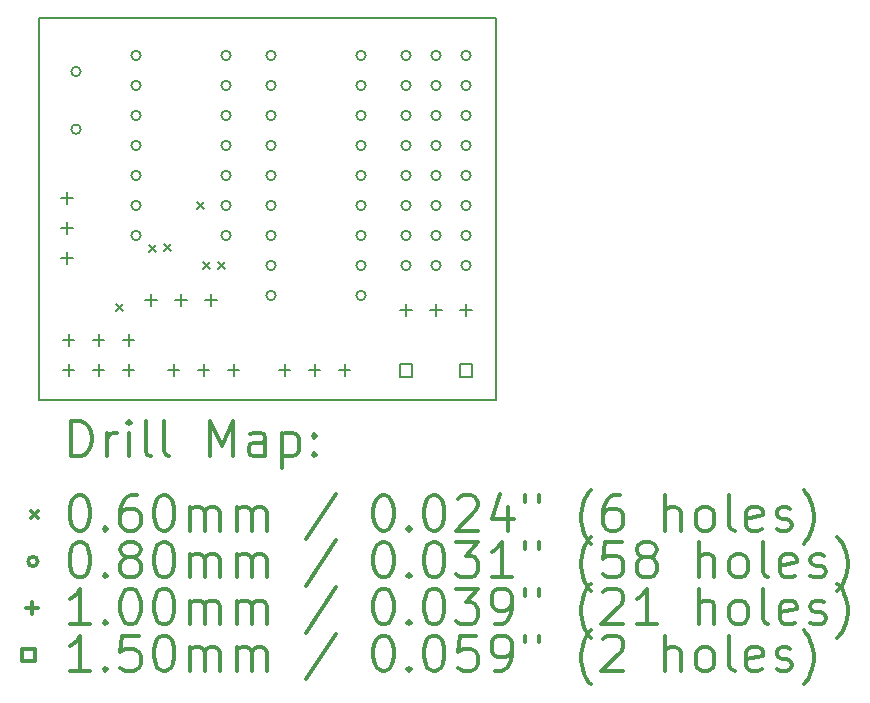
<source format=gbr>
%FSLAX45Y45*%
G04 Gerber Fmt 4.5, Leading zero omitted, Abs format (unit mm)*
G04 Created by KiCad (PCBNEW (5.0.2)-1) date 18/12/2018 17:17:58*
%MOMM*%
%LPD*%
G01*
G04 APERTURE LIST*
%ADD10C,0.150000*%
%ADD11C,0.200000*%
%ADD12C,0.300000*%
G04 APERTURE END LIST*
D10*
X13335000Y-12065000D02*
X13335000Y-8826500D01*
X17208500Y-12065000D02*
X17208500Y-8826500D01*
X17208500Y-8826500D02*
X13335000Y-8826500D01*
X13335000Y-12065000D02*
X17208500Y-12065000D01*
D11*
X13990800Y-11247600D02*
X14050800Y-11307600D01*
X14050800Y-11247600D02*
X13990800Y-11307600D01*
X14270200Y-10752300D02*
X14330200Y-10812300D01*
X14330200Y-10752300D02*
X14270200Y-10812300D01*
X14397200Y-10739600D02*
X14457200Y-10799600D01*
X14457200Y-10739600D02*
X14397200Y-10799600D01*
X14676600Y-10384000D02*
X14736600Y-10444000D01*
X14736600Y-10384000D02*
X14676600Y-10444000D01*
X14727400Y-10892000D02*
X14787400Y-10952000D01*
X14787400Y-10892000D02*
X14727400Y-10952000D01*
X14854400Y-10892000D02*
X14914400Y-10952000D01*
X14914400Y-10892000D02*
X14854400Y-10952000D01*
X16994500Y-9144000D02*
G75*
G03X16994500Y-9144000I-40000J0D01*
G01*
X16994500Y-9398000D02*
G75*
G03X16994500Y-9398000I-40000J0D01*
G01*
X16994500Y-9652000D02*
G75*
G03X16994500Y-9652000I-40000J0D01*
G01*
X16994500Y-9906000D02*
G75*
G03X16994500Y-9906000I-40000J0D01*
G01*
X16994500Y-10160000D02*
G75*
G03X16994500Y-10160000I-40000J0D01*
G01*
X16994500Y-10414000D02*
G75*
G03X16994500Y-10414000I-40000J0D01*
G01*
X16994500Y-10668000D02*
G75*
G03X16994500Y-10668000I-40000J0D01*
G01*
X16994500Y-10922000D02*
G75*
G03X16994500Y-10922000I-40000J0D01*
G01*
X16740500Y-9144000D02*
G75*
G03X16740500Y-9144000I-40000J0D01*
G01*
X16740500Y-9398000D02*
G75*
G03X16740500Y-9398000I-40000J0D01*
G01*
X16740500Y-9652000D02*
G75*
G03X16740500Y-9652000I-40000J0D01*
G01*
X16740500Y-9906000D02*
G75*
G03X16740500Y-9906000I-40000J0D01*
G01*
X16740500Y-10160000D02*
G75*
G03X16740500Y-10160000I-40000J0D01*
G01*
X16740500Y-10414000D02*
G75*
G03X16740500Y-10414000I-40000J0D01*
G01*
X16740500Y-10668000D02*
G75*
G03X16740500Y-10668000I-40000J0D01*
G01*
X16740500Y-10922000D02*
G75*
G03X16740500Y-10922000I-40000J0D01*
G01*
X14200500Y-9144000D02*
G75*
G03X14200500Y-9144000I-40000J0D01*
G01*
X14200500Y-9398000D02*
G75*
G03X14200500Y-9398000I-40000J0D01*
G01*
X14200500Y-9652000D02*
G75*
G03X14200500Y-9652000I-40000J0D01*
G01*
X14200500Y-9906000D02*
G75*
G03X14200500Y-9906000I-40000J0D01*
G01*
X14200500Y-10160000D02*
G75*
G03X14200500Y-10160000I-40000J0D01*
G01*
X14200500Y-10414000D02*
G75*
G03X14200500Y-10414000I-40000J0D01*
G01*
X14200500Y-10668000D02*
G75*
G03X14200500Y-10668000I-40000J0D01*
G01*
X14962500Y-9144000D02*
G75*
G03X14962500Y-9144000I-40000J0D01*
G01*
X14962500Y-9398000D02*
G75*
G03X14962500Y-9398000I-40000J0D01*
G01*
X14962500Y-9652000D02*
G75*
G03X14962500Y-9652000I-40000J0D01*
G01*
X14962500Y-9906000D02*
G75*
G03X14962500Y-9906000I-40000J0D01*
G01*
X14962500Y-10160000D02*
G75*
G03X14962500Y-10160000I-40000J0D01*
G01*
X14962500Y-10414000D02*
G75*
G03X14962500Y-10414000I-40000J0D01*
G01*
X14962500Y-10668000D02*
G75*
G03X14962500Y-10668000I-40000J0D01*
G01*
X16486500Y-9144000D02*
G75*
G03X16486500Y-9144000I-40000J0D01*
G01*
X16486500Y-9398000D02*
G75*
G03X16486500Y-9398000I-40000J0D01*
G01*
X16486500Y-9652000D02*
G75*
G03X16486500Y-9652000I-40000J0D01*
G01*
X16486500Y-9906000D02*
G75*
G03X16486500Y-9906000I-40000J0D01*
G01*
X16486500Y-10160000D02*
G75*
G03X16486500Y-10160000I-40000J0D01*
G01*
X16486500Y-10414000D02*
G75*
G03X16486500Y-10414000I-40000J0D01*
G01*
X16486500Y-10668000D02*
G75*
G03X16486500Y-10668000I-40000J0D01*
G01*
X16486500Y-10922000D02*
G75*
G03X16486500Y-10922000I-40000J0D01*
G01*
X13692500Y-9281000D02*
G75*
G03X13692500Y-9281000I-40000J0D01*
G01*
X13692500Y-9769000D02*
G75*
G03X13692500Y-9769000I-40000J0D01*
G01*
X15343500Y-9144000D02*
G75*
G03X15343500Y-9144000I-40000J0D01*
G01*
X15343500Y-9398000D02*
G75*
G03X15343500Y-9398000I-40000J0D01*
G01*
X15343500Y-9652000D02*
G75*
G03X15343500Y-9652000I-40000J0D01*
G01*
X15343500Y-9906000D02*
G75*
G03X15343500Y-9906000I-40000J0D01*
G01*
X15343500Y-10160000D02*
G75*
G03X15343500Y-10160000I-40000J0D01*
G01*
X15343500Y-10414000D02*
G75*
G03X15343500Y-10414000I-40000J0D01*
G01*
X15343500Y-10668000D02*
G75*
G03X15343500Y-10668000I-40000J0D01*
G01*
X15343500Y-10922000D02*
G75*
G03X15343500Y-10922000I-40000J0D01*
G01*
X15343500Y-11176000D02*
G75*
G03X15343500Y-11176000I-40000J0D01*
G01*
X16105500Y-9144000D02*
G75*
G03X16105500Y-9144000I-40000J0D01*
G01*
X16105500Y-9398000D02*
G75*
G03X16105500Y-9398000I-40000J0D01*
G01*
X16105500Y-9652000D02*
G75*
G03X16105500Y-9652000I-40000J0D01*
G01*
X16105500Y-9906000D02*
G75*
G03X16105500Y-9906000I-40000J0D01*
G01*
X16105500Y-10160000D02*
G75*
G03X16105500Y-10160000I-40000J0D01*
G01*
X16105500Y-10414000D02*
G75*
G03X16105500Y-10414000I-40000J0D01*
G01*
X16105500Y-10668000D02*
G75*
G03X16105500Y-10668000I-40000J0D01*
G01*
X16105500Y-10922000D02*
G75*
G03X16105500Y-10922000I-40000J0D01*
G01*
X16105500Y-11176000D02*
G75*
G03X16105500Y-11176000I-40000J0D01*
G01*
X13589000Y-11507000D02*
X13589000Y-11607000D01*
X13539000Y-11557000D02*
X13639000Y-11557000D01*
X13589000Y-11761000D02*
X13589000Y-11861000D01*
X13539000Y-11811000D02*
X13639000Y-11811000D01*
X13843000Y-11507000D02*
X13843000Y-11607000D01*
X13793000Y-11557000D02*
X13893000Y-11557000D01*
X13843000Y-11761000D02*
X13843000Y-11861000D01*
X13793000Y-11811000D02*
X13893000Y-11811000D01*
X14097000Y-11507000D02*
X14097000Y-11607000D01*
X14047000Y-11557000D02*
X14147000Y-11557000D01*
X14097000Y-11761000D02*
X14097000Y-11861000D01*
X14047000Y-11811000D02*
X14147000Y-11811000D01*
X14478000Y-11761000D02*
X14478000Y-11861000D01*
X14428000Y-11811000D02*
X14528000Y-11811000D01*
X14732000Y-11761000D02*
X14732000Y-11861000D01*
X14682000Y-11811000D02*
X14782000Y-11811000D01*
X14986000Y-11761000D02*
X14986000Y-11861000D01*
X14936000Y-11811000D02*
X15036000Y-11811000D01*
X13576300Y-10300500D02*
X13576300Y-10400500D01*
X13526300Y-10350500D02*
X13626300Y-10350500D01*
X13576300Y-10554500D02*
X13576300Y-10654500D01*
X13526300Y-10604500D02*
X13626300Y-10604500D01*
X13576300Y-10808500D02*
X13576300Y-10908500D01*
X13526300Y-10858500D02*
X13626300Y-10858500D01*
X14287500Y-11164100D02*
X14287500Y-11264100D01*
X14237500Y-11214100D02*
X14337500Y-11214100D01*
X14541500Y-11164100D02*
X14541500Y-11264100D01*
X14491500Y-11214100D02*
X14591500Y-11214100D01*
X14795500Y-11164100D02*
X14795500Y-11264100D01*
X14745500Y-11214100D02*
X14845500Y-11214100D01*
X16446500Y-11253000D02*
X16446500Y-11353000D01*
X16396500Y-11303000D02*
X16496500Y-11303000D01*
X16700500Y-11253000D02*
X16700500Y-11353000D01*
X16650500Y-11303000D02*
X16750500Y-11303000D01*
X16954500Y-11253000D02*
X16954500Y-11353000D01*
X16904500Y-11303000D02*
X17004500Y-11303000D01*
X15417800Y-11761000D02*
X15417800Y-11861000D01*
X15367800Y-11811000D02*
X15467800Y-11811000D01*
X15671800Y-11761000D02*
X15671800Y-11861000D01*
X15621800Y-11811000D02*
X15721800Y-11811000D01*
X15925800Y-11761000D02*
X15925800Y-11861000D01*
X15875800Y-11811000D02*
X15975800Y-11811000D01*
X16499533Y-11864033D02*
X16499533Y-11757966D01*
X16393466Y-11757966D01*
X16393466Y-11864033D01*
X16499533Y-11864033D01*
X17007534Y-11864033D02*
X17007534Y-11757966D01*
X16901467Y-11757966D01*
X16901467Y-11864033D01*
X17007534Y-11864033D01*
D12*
X13613928Y-12538214D02*
X13613928Y-12238214D01*
X13685357Y-12238214D01*
X13728214Y-12252500D01*
X13756786Y-12281071D01*
X13771071Y-12309643D01*
X13785357Y-12366786D01*
X13785357Y-12409643D01*
X13771071Y-12466786D01*
X13756786Y-12495357D01*
X13728214Y-12523929D01*
X13685357Y-12538214D01*
X13613928Y-12538214D01*
X13913928Y-12538214D02*
X13913928Y-12338214D01*
X13913928Y-12395357D02*
X13928214Y-12366786D01*
X13942500Y-12352500D01*
X13971071Y-12338214D01*
X13999643Y-12338214D01*
X14099643Y-12538214D02*
X14099643Y-12338214D01*
X14099643Y-12238214D02*
X14085357Y-12252500D01*
X14099643Y-12266786D01*
X14113928Y-12252500D01*
X14099643Y-12238214D01*
X14099643Y-12266786D01*
X14285357Y-12538214D02*
X14256786Y-12523929D01*
X14242500Y-12495357D01*
X14242500Y-12238214D01*
X14442500Y-12538214D02*
X14413928Y-12523929D01*
X14399643Y-12495357D01*
X14399643Y-12238214D01*
X14785357Y-12538214D02*
X14785357Y-12238214D01*
X14885357Y-12452500D01*
X14985357Y-12238214D01*
X14985357Y-12538214D01*
X15256786Y-12538214D02*
X15256786Y-12381071D01*
X15242500Y-12352500D01*
X15213928Y-12338214D01*
X15156786Y-12338214D01*
X15128214Y-12352500D01*
X15256786Y-12523929D02*
X15228214Y-12538214D01*
X15156786Y-12538214D01*
X15128214Y-12523929D01*
X15113928Y-12495357D01*
X15113928Y-12466786D01*
X15128214Y-12438214D01*
X15156786Y-12423929D01*
X15228214Y-12423929D01*
X15256786Y-12409643D01*
X15399643Y-12338214D02*
X15399643Y-12638214D01*
X15399643Y-12352500D02*
X15428214Y-12338214D01*
X15485357Y-12338214D01*
X15513928Y-12352500D01*
X15528214Y-12366786D01*
X15542500Y-12395357D01*
X15542500Y-12481071D01*
X15528214Y-12509643D01*
X15513928Y-12523929D01*
X15485357Y-12538214D01*
X15428214Y-12538214D01*
X15399643Y-12523929D01*
X15671071Y-12509643D02*
X15685357Y-12523929D01*
X15671071Y-12538214D01*
X15656786Y-12523929D01*
X15671071Y-12509643D01*
X15671071Y-12538214D01*
X15671071Y-12352500D02*
X15685357Y-12366786D01*
X15671071Y-12381071D01*
X15656786Y-12366786D01*
X15671071Y-12352500D01*
X15671071Y-12381071D01*
X13267500Y-13002500D02*
X13327500Y-13062500D01*
X13327500Y-13002500D02*
X13267500Y-13062500D01*
X13671071Y-12868214D02*
X13699643Y-12868214D01*
X13728214Y-12882500D01*
X13742500Y-12896786D01*
X13756786Y-12925357D01*
X13771071Y-12982500D01*
X13771071Y-13053929D01*
X13756786Y-13111071D01*
X13742500Y-13139643D01*
X13728214Y-13153929D01*
X13699643Y-13168214D01*
X13671071Y-13168214D01*
X13642500Y-13153929D01*
X13628214Y-13139643D01*
X13613928Y-13111071D01*
X13599643Y-13053929D01*
X13599643Y-12982500D01*
X13613928Y-12925357D01*
X13628214Y-12896786D01*
X13642500Y-12882500D01*
X13671071Y-12868214D01*
X13899643Y-13139643D02*
X13913928Y-13153929D01*
X13899643Y-13168214D01*
X13885357Y-13153929D01*
X13899643Y-13139643D01*
X13899643Y-13168214D01*
X14171071Y-12868214D02*
X14113928Y-12868214D01*
X14085357Y-12882500D01*
X14071071Y-12896786D01*
X14042500Y-12939643D01*
X14028214Y-12996786D01*
X14028214Y-13111071D01*
X14042500Y-13139643D01*
X14056786Y-13153929D01*
X14085357Y-13168214D01*
X14142500Y-13168214D01*
X14171071Y-13153929D01*
X14185357Y-13139643D01*
X14199643Y-13111071D01*
X14199643Y-13039643D01*
X14185357Y-13011071D01*
X14171071Y-12996786D01*
X14142500Y-12982500D01*
X14085357Y-12982500D01*
X14056786Y-12996786D01*
X14042500Y-13011071D01*
X14028214Y-13039643D01*
X14385357Y-12868214D02*
X14413928Y-12868214D01*
X14442500Y-12882500D01*
X14456786Y-12896786D01*
X14471071Y-12925357D01*
X14485357Y-12982500D01*
X14485357Y-13053929D01*
X14471071Y-13111071D01*
X14456786Y-13139643D01*
X14442500Y-13153929D01*
X14413928Y-13168214D01*
X14385357Y-13168214D01*
X14356786Y-13153929D01*
X14342500Y-13139643D01*
X14328214Y-13111071D01*
X14313928Y-13053929D01*
X14313928Y-12982500D01*
X14328214Y-12925357D01*
X14342500Y-12896786D01*
X14356786Y-12882500D01*
X14385357Y-12868214D01*
X14613928Y-13168214D02*
X14613928Y-12968214D01*
X14613928Y-12996786D02*
X14628214Y-12982500D01*
X14656786Y-12968214D01*
X14699643Y-12968214D01*
X14728214Y-12982500D01*
X14742500Y-13011071D01*
X14742500Y-13168214D01*
X14742500Y-13011071D02*
X14756786Y-12982500D01*
X14785357Y-12968214D01*
X14828214Y-12968214D01*
X14856786Y-12982500D01*
X14871071Y-13011071D01*
X14871071Y-13168214D01*
X15013928Y-13168214D02*
X15013928Y-12968214D01*
X15013928Y-12996786D02*
X15028214Y-12982500D01*
X15056786Y-12968214D01*
X15099643Y-12968214D01*
X15128214Y-12982500D01*
X15142500Y-13011071D01*
X15142500Y-13168214D01*
X15142500Y-13011071D02*
X15156786Y-12982500D01*
X15185357Y-12968214D01*
X15228214Y-12968214D01*
X15256786Y-12982500D01*
X15271071Y-13011071D01*
X15271071Y-13168214D01*
X15856786Y-12853929D02*
X15599643Y-13239643D01*
X16242500Y-12868214D02*
X16271071Y-12868214D01*
X16299643Y-12882500D01*
X16313928Y-12896786D01*
X16328214Y-12925357D01*
X16342500Y-12982500D01*
X16342500Y-13053929D01*
X16328214Y-13111071D01*
X16313928Y-13139643D01*
X16299643Y-13153929D01*
X16271071Y-13168214D01*
X16242500Y-13168214D01*
X16213928Y-13153929D01*
X16199643Y-13139643D01*
X16185357Y-13111071D01*
X16171071Y-13053929D01*
X16171071Y-12982500D01*
X16185357Y-12925357D01*
X16199643Y-12896786D01*
X16213928Y-12882500D01*
X16242500Y-12868214D01*
X16471071Y-13139643D02*
X16485357Y-13153929D01*
X16471071Y-13168214D01*
X16456786Y-13153929D01*
X16471071Y-13139643D01*
X16471071Y-13168214D01*
X16671071Y-12868214D02*
X16699643Y-12868214D01*
X16728214Y-12882500D01*
X16742500Y-12896786D01*
X16756786Y-12925357D01*
X16771071Y-12982500D01*
X16771071Y-13053929D01*
X16756786Y-13111071D01*
X16742500Y-13139643D01*
X16728214Y-13153929D01*
X16699643Y-13168214D01*
X16671071Y-13168214D01*
X16642500Y-13153929D01*
X16628214Y-13139643D01*
X16613928Y-13111071D01*
X16599643Y-13053929D01*
X16599643Y-12982500D01*
X16613928Y-12925357D01*
X16628214Y-12896786D01*
X16642500Y-12882500D01*
X16671071Y-12868214D01*
X16885357Y-12896786D02*
X16899643Y-12882500D01*
X16928214Y-12868214D01*
X16999643Y-12868214D01*
X17028214Y-12882500D01*
X17042500Y-12896786D01*
X17056786Y-12925357D01*
X17056786Y-12953929D01*
X17042500Y-12996786D01*
X16871071Y-13168214D01*
X17056786Y-13168214D01*
X17313928Y-12968214D02*
X17313928Y-13168214D01*
X17242500Y-12853929D02*
X17171071Y-13068214D01*
X17356786Y-13068214D01*
X17456786Y-12868214D02*
X17456786Y-12925357D01*
X17571071Y-12868214D02*
X17571071Y-12925357D01*
X18013928Y-13282500D02*
X17999643Y-13268214D01*
X17971071Y-13225357D01*
X17956786Y-13196786D01*
X17942500Y-13153929D01*
X17928214Y-13082500D01*
X17928214Y-13025357D01*
X17942500Y-12953929D01*
X17956786Y-12911071D01*
X17971071Y-12882500D01*
X17999643Y-12839643D01*
X18013928Y-12825357D01*
X18256786Y-12868214D02*
X18199643Y-12868214D01*
X18171071Y-12882500D01*
X18156786Y-12896786D01*
X18128214Y-12939643D01*
X18113928Y-12996786D01*
X18113928Y-13111071D01*
X18128214Y-13139643D01*
X18142500Y-13153929D01*
X18171071Y-13168214D01*
X18228214Y-13168214D01*
X18256786Y-13153929D01*
X18271071Y-13139643D01*
X18285357Y-13111071D01*
X18285357Y-13039643D01*
X18271071Y-13011071D01*
X18256786Y-12996786D01*
X18228214Y-12982500D01*
X18171071Y-12982500D01*
X18142500Y-12996786D01*
X18128214Y-13011071D01*
X18113928Y-13039643D01*
X18642500Y-13168214D02*
X18642500Y-12868214D01*
X18771071Y-13168214D02*
X18771071Y-13011071D01*
X18756786Y-12982500D01*
X18728214Y-12968214D01*
X18685357Y-12968214D01*
X18656786Y-12982500D01*
X18642500Y-12996786D01*
X18956786Y-13168214D02*
X18928214Y-13153929D01*
X18913928Y-13139643D01*
X18899643Y-13111071D01*
X18899643Y-13025357D01*
X18913928Y-12996786D01*
X18928214Y-12982500D01*
X18956786Y-12968214D01*
X18999643Y-12968214D01*
X19028214Y-12982500D01*
X19042500Y-12996786D01*
X19056786Y-13025357D01*
X19056786Y-13111071D01*
X19042500Y-13139643D01*
X19028214Y-13153929D01*
X18999643Y-13168214D01*
X18956786Y-13168214D01*
X19228214Y-13168214D02*
X19199643Y-13153929D01*
X19185357Y-13125357D01*
X19185357Y-12868214D01*
X19456786Y-13153929D02*
X19428214Y-13168214D01*
X19371071Y-13168214D01*
X19342500Y-13153929D01*
X19328214Y-13125357D01*
X19328214Y-13011071D01*
X19342500Y-12982500D01*
X19371071Y-12968214D01*
X19428214Y-12968214D01*
X19456786Y-12982500D01*
X19471071Y-13011071D01*
X19471071Y-13039643D01*
X19328214Y-13068214D01*
X19585357Y-13153929D02*
X19613928Y-13168214D01*
X19671071Y-13168214D01*
X19699643Y-13153929D01*
X19713928Y-13125357D01*
X19713928Y-13111071D01*
X19699643Y-13082500D01*
X19671071Y-13068214D01*
X19628214Y-13068214D01*
X19599643Y-13053929D01*
X19585357Y-13025357D01*
X19585357Y-13011071D01*
X19599643Y-12982500D01*
X19628214Y-12968214D01*
X19671071Y-12968214D01*
X19699643Y-12982500D01*
X19813928Y-13282500D02*
X19828214Y-13268214D01*
X19856786Y-13225357D01*
X19871071Y-13196786D01*
X19885357Y-13153929D01*
X19899643Y-13082500D01*
X19899643Y-13025357D01*
X19885357Y-12953929D01*
X19871071Y-12911071D01*
X19856786Y-12882500D01*
X19828214Y-12839643D01*
X19813928Y-12825357D01*
X13327500Y-13428500D02*
G75*
G03X13327500Y-13428500I-40000J0D01*
G01*
X13671071Y-13264214D02*
X13699643Y-13264214D01*
X13728214Y-13278500D01*
X13742500Y-13292786D01*
X13756786Y-13321357D01*
X13771071Y-13378500D01*
X13771071Y-13449929D01*
X13756786Y-13507071D01*
X13742500Y-13535643D01*
X13728214Y-13549929D01*
X13699643Y-13564214D01*
X13671071Y-13564214D01*
X13642500Y-13549929D01*
X13628214Y-13535643D01*
X13613928Y-13507071D01*
X13599643Y-13449929D01*
X13599643Y-13378500D01*
X13613928Y-13321357D01*
X13628214Y-13292786D01*
X13642500Y-13278500D01*
X13671071Y-13264214D01*
X13899643Y-13535643D02*
X13913928Y-13549929D01*
X13899643Y-13564214D01*
X13885357Y-13549929D01*
X13899643Y-13535643D01*
X13899643Y-13564214D01*
X14085357Y-13392786D02*
X14056786Y-13378500D01*
X14042500Y-13364214D01*
X14028214Y-13335643D01*
X14028214Y-13321357D01*
X14042500Y-13292786D01*
X14056786Y-13278500D01*
X14085357Y-13264214D01*
X14142500Y-13264214D01*
X14171071Y-13278500D01*
X14185357Y-13292786D01*
X14199643Y-13321357D01*
X14199643Y-13335643D01*
X14185357Y-13364214D01*
X14171071Y-13378500D01*
X14142500Y-13392786D01*
X14085357Y-13392786D01*
X14056786Y-13407071D01*
X14042500Y-13421357D01*
X14028214Y-13449929D01*
X14028214Y-13507071D01*
X14042500Y-13535643D01*
X14056786Y-13549929D01*
X14085357Y-13564214D01*
X14142500Y-13564214D01*
X14171071Y-13549929D01*
X14185357Y-13535643D01*
X14199643Y-13507071D01*
X14199643Y-13449929D01*
X14185357Y-13421357D01*
X14171071Y-13407071D01*
X14142500Y-13392786D01*
X14385357Y-13264214D02*
X14413928Y-13264214D01*
X14442500Y-13278500D01*
X14456786Y-13292786D01*
X14471071Y-13321357D01*
X14485357Y-13378500D01*
X14485357Y-13449929D01*
X14471071Y-13507071D01*
X14456786Y-13535643D01*
X14442500Y-13549929D01*
X14413928Y-13564214D01*
X14385357Y-13564214D01*
X14356786Y-13549929D01*
X14342500Y-13535643D01*
X14328214Y-13507071D01*
X14313928Y-13449929D01*
X14313928Y-13378500D01*
X14328214Y-13321357D01*
X14342500Y-13292786D01*
X14356786Y-13278500D01*
X14385357Y-13264214D01*
X14613928Y-13564214D02*
X14613928Y-13364214D01*
X14613928Y-13392786D02*
X14628214Y-13378500D01*
X14656786Y-13364214D01*
X14699643Y-13364214D01*
X14728214Y-13378500D01*
X14742500Y-13407071D01*
X14742500Y-13564214D01*
X14742500Y-13407071D02*
X14756786Y-13378500D01*
X14785357Y-13364214D01*
X14828214Y-13364214D01*
X14856786Y-13378500D01*
X14871071Y-13407071D01*
X14871071Y-13564214D01*
X15013928Y-13564214D02*
X15013928Y-13364214D01*
X15013928Y-13392786D02*
X15028214Y-13378500D01*
X15056786Y-13364214D01*
X15099643Y-13364214D01*
X15128214Y-13378500D01*
X15142500Y-13407071D01*
X15142500Y-13564214D01*
X15142500Y-13407071D02*
X15156786Y-13378500D01*
X15185357Y-13364214D01*
X15228214Y-13364214D01*
X15256786Y-13378500D01*
X15271071Y-13407071D01*
X15271071Y-13564214D01*
X15856786Y-13249929D02*
X15599643Y-13635643D01*
X16242500Y-13264214D02*
X16271071Y-13264214D01*
X16299643Y-13278500D01*
X16313928Y-13292786D01*
X16328214Y-13321357D01*
X16342500Y-13378500D01*
X16342500Y-13449929D01*
X16328214Y-13507071D01*
X16313928Y-13535643D01*
X16299643Y-13549929D01*
X16271071Y-13564214D01*
X16242500Y-13564214D01*
X16213928Y-13549929D01*
X16199643Y-13535643D01*
X16185357Y-13507071D01*
X16171071Y-13449929D01*
X16171071Y-13378500D01*
X16185357Y-13321357D01*
X16199643Y-13292786D01*
X16213928Y-13278500D01*
X16242500Y-13264214D01*
X16471071Y-13535643D02*
X16485357Y-13549929D01*
X16471071Y-13564214D01*
X16456786Y-13549929D01*
X16471071Y-13535643D01*
X16471071Y-13564214D01*
X16671071Y-13264214D02*
X16699643Y-13264214D01*
X16728214Y-13278500D01*
X16742500Y-13292786D01*
X16756786Y-13321357D01*
X16771071Y-13378500D01*
X16771071Y-13449929D01*
X16756786Y-13507071D01*
X16742500Y-13535643D01*
X16728214Y-13549929D01*
X16699643Y-13564214D01*
X16671071Y-13564214D01*
X16642500Y-13549929D01*
X16628214Y-13535643D01*
X16613928Y-13507071D01*
X16599643Y-13449929D01*
X16599643Y-13378500D01*
X16613928Y-13321357D01*
X16628214Y-13292786D01*
X16642500Y-13278500D01*
X16671071Y-13264214D01*
X16871071Y-13264214D02*
X17056786Y-13264214D01*
X16956786Y-13378500D01*
X16999643Y-13378500D01*
X17028214Y-13392786D01*
X17042500Y-13407071D01*
X17056786Y-13435643D01*
X17056786Y-13507071D01*
X17042500Y-13535643D01*
X17028214Y-13549929D01*
X16999643Y-13564214D01*
X16913928Y-13564214D01*
X16885357Y-13549929D01*
X16871071Y-13535643D01*
X17342500Y-13564214D02*
X17171071Y-13564214D01*
X17256786Y-13564214D02*
X17256786Y-13264214D01*
X17228214Y-13307071D01*
X17199643Y-13335643D01*
X17171071Y-13349929D01*
X17456786Y-13264214D02*
X17456786Y-13321357D01*
X17571071Y-13264214D02*
X17571071Y-13321357D01*
X18013928Y-13678500D02*
X17999643Y-13664214D01*
X17971071Y-13621357D01*
X17956786Y-13592786D01*
X17942500Y-13549929D01*
X17928214Y-13478500D01*
X17928214Y-13421357D01*
X17942500Y-13349929D01*
X17956786Y-13307071D01*
X17971071Y-13278500D01*
X17999643Y-13235643D01*
X18013928Y-13221357D01*
X18271071Y-13264214D02*
X18128214Y-13264214D01*
X18113928Y-13407071D01*
X18128214Y-13392786D01*
X18156786Y-13378500D01*
X18228214Y-13378500D01*
X18256786Y-13392786D01*
X18271071Y-13407071D01*
X18285357Y-13435643D01*
X18285357Y-13507071D01*
X18271071Y-13535643D01*
X18256786Y-13549929D01*
X18228214Y-13564214D01*
X18156786Y-13564214D01*
X18128214Y-13549929D01*
X18113928Y-13535643D01*
X18456786Y-13392786D02*
X18428214Y-13378500D01*
X18413928Y-13364214D01*
X18399643Y-13335643D01*
X18399643Y-13321357D01*
X18413928Y-13292786D01*
X18428214Y-13278500D01*
X18456786Y-13264214D01*
X18513928Y-13264214D01*
X18542500Y-13278500D01*
X18556786Y-13292786D01*
X18571071Y-13321357D01*
X18571071Y-13335643D01*
X18556786Y-13364214D01*
X18542500Y-13378500D01*
X18513928Y-13392786D01*
X18456786Y-13392786D01*
X18428214Y-13407071D01*
X18413928Y-13421357D01*
X18399643Y-13449929D01*
X18399643Y-13507071D01*
X18413928Y-13535643D01*
X18428214Y-13549929D01*
X18456786Y-13564214D01*
X18513928Y-13564214D01*
X18542500Y-13549929D01*
X18556786Y-13535643D01*
X18571071Y-13507071D01*
X18571071Y-13449929D01*
X18556786Y-13421357D01*
X18542500Y-13407071D01*
X18513928Y-13392786D01*
X18928214Y-13564214D02*
X18928214Y-13264214D01*
X19056786Y-13564214D02*
X19056786Y-13407071D01*
X19042500Y-13378500D01*
X19013928Y-13364214D01*
X18971071Y-13364214D01*
X18942500Y-13378500D01*
X18928214Y-13392786D01*
X19242500Y-13564214D02*
X19213928Y-13549929D01*
X19199643Y-13535643D01*
X19185357Y-13507071D01*
X19185357Y-13421357D01*
X19199643Y-13392786D01*
X19213928Y-13378500D01*
X19242500Y-13364214D01*
X19285357Y-13364214D01*
X19313928Y-13378500D01*
X19328214Y-13392786D01*
X19342500Y-13421357D01*
X19342500Y-13507071D01*
X19328214Y-13535643D01*
X19313928Y-13549929D01*
X19285357Y-13564214D01*
X19242500Y-13564214D01*
X19513928Y-13564214D02*
X19485357Y-13549929D01*
X19471071Y-13521357D01*
X19471071Y-13264214D01*
X19742500Y-13549929D02*
X19713928Y-13564214D01*
X19656786Y-13564214D01*
X19628214Y-13549929D01*
X19613928Y-13521357D01*
X19613928Y-13407071D01*
X19628214Y-13378500D01*
X19656786Y-13364214D01*
X19713928Y-13364214D01*
X19742500Y-13378500D01*
X19756786Y-13407071D01*
X19756786Y-13435643D01*
X19613928Y-13464214D01*
X19871071Y-13549929D02*
X19899643Y-13564214D01*
X19956786Y-13564214D01*
X19985357Y-13549929D01*
X19999643Y-13521357D01*
X19999643Y-13507071D01*
X19985357Y-13478500D01*
X19956786Y-13464214D01*
X19913928Y-13464214D01*
X19885357Y-13449929D01*
X19871071Y-13421357D01*
X19871071Y-13407071D01*
X19885357Y-13378500D01*
X19913928Y-13364214D01*
X19956786Y-13364214D01*
X19985357Y-13378500D01*
X20099643Y-13678500D02*
X20113928Y-13664214D01*
X20142500Y-13621357D01*
X20156786Y-13592786D01*
X20171071Y-13549929D01*
X20185357Y-13478500D01*
X20185357Y-13421357D01*
X20171071Y-13349929D01*
X20156786Y-13307071D01*
X20142500Y-13278500D01*
X20113928Y-13235643D01*
X20099643Y-13221357D01*
X13277500Y-13774500D02*
X13277500Y-13874500D01*
X13227500Y-13824500D02*
X13327500Y-13824500D01*
X13771071Y-13960214D02*
X13599643Y-13960214D01*
X13685357Y-13960214D02*
X13685357Y-13660214D01*
X13656786Y-13703071D01*
X13628214Y-13731643D01*
X13599643Y-13745929D01*
X13899643Y-13931643D02*
X13913928Y-13945929D01*
X13899643Y-13960214D01*
X13885357Y-13945929D01*
X13899643Y-13931643D01*
X13899643Y-13960214D01*
X14099643Y-13660214D02*
X14128214Y-13660214D01*
X14156786Y-13674500D01*
X14171071Y-13688786D01*
X14185357Y-13717357D01*
X14199643Y-13774500D01*
X14199643Y-13845929D01*
X14185357Y-13903071D01*
X14171071Y-13931643D01*
X14156786Y-13945929D01*
X14128214Y-13960214D01*
X14099643Y-13960214D01*
X14071071Y-13945929D01*
X14056786Y-13931643D01*
X14042500Y-13903071D01*
X14028214Y-13845929D01*
X14028214Y-13774500D01*
X14042500Y-13717357D01*
X14056786Y-13688786D01*
X14071071Y-13674500D01*
X14099643Y-13660214D01*
X14385357Y-13660214D02*
X14413928Y-13660214D01*
X14442500Y-13674500D01*
X14456786Y-13688786D01*
X14471071Y-13717357D01*
X14485357Y-13774500D01*
X14485357Y-13845929D01*
X14471071Y-13903071D01*
X14456786Y-13931643D01*
X14442500Y-13945929D01*
X14413928Y-13960214D01*
X14385357Y-13960214D01*
X14356786Y-13945929D01*
X14342500Y-13931643D01*
X14328214Y-13903071D01*
X14313928Y-13845929D01*
X14313928Y-13774500D01*
X14328214Y-13717357D01*
X14342500Y-13688786D01*
X14356786Y-13674500D01*
X14385357Y-13660214D01*
X14613928Y-13960214D02*
X14613928Y-13760214D01*
X14613928Y-13788786D02*
X14628214Y-13774500D01*
X14656786Y-13760214D01*
X14699643Y-13760214D01*
X14728214Y-13774500D01*
X14742500Y-13803071D01*
X14742500Y-13960214D01*
X14742500Y-13803071D02*
X14756786Y-13774500D01*
X14785357Y-13760214D01*
X14828214Y-13760214D01*
X14856786Y-13774500D01*
X14871071Y-13803071D01*
X14871071Y-13960214D01*
X15013928Y-13960214D02*
X15013928Y-13760214D01*
X15013928Y-13788786D02*
X15028214Y-13774500D01*
X15056786Y-13760214D01*
X15099643Y-13760214D01*
X15128214Y-13774500D01*
X15142500Y-13803071D01*
X15142500Y-13960214D01*
X15142500Y-13803071D02*
X15156786Y-13774500D01*
X15185357Y-13760214D01*
X15228214Y-13760214D01*
X15256786Y-13774500D01*
X15271071Y-13803071D01*
X15271071Y-13960214D01*
X15856786Y-13645929D02*
X15599643Y-14031643D01*
X16242500Y-13660214D02*
X16271071Y-13660214D01*
X16299643Y-13674500D01*
X16313928Y-13688786D01*
X16328214Y-13717357D01*
X16342500Y-13774500D01*
X16342500Y-13845929D01*
X16328214Y-13903071D01*
X16313928Y-13931643D01*
X16299643Y-13945929D01*
X16271071Y-13960214D01*
X16242500Y-13960214D01*
X16213928Y-13945929D01*
X16199643Y-13931643D01*
X16185357Y-13903071D01*
X16171071Y-13845929D01*
X16171071Y-13774500D01*
X16185357Y-13717357D01*
X16199643Y-13688786D01*
X16213928Y-13674500D01*
X16242500Y-13660214D01*
X16471071Y-13931643D02*
X16485357Y-13945929D01*
X16471071Y-13960214D01*
X16456786Y-13945929D01*
X16471071Y-13931643D01*
X16471071Y-13960214D01*
X16671071Y-13660214D02*
X16699643Y-13660214D01*
X16728214Y-13674500D01*
X16742500Y-13688786D01*
X16756786Y-13717357D01*
X16771071Y-13774500D01*
X16771071Y-13845929D01*
X16756786Y-13903071D01*
X16742500Y-13931643D01*
X16728214Y-13945929D01*
X16699643Y-13960214D01*
X16671071Y-13960214D01*
X16642500Y-13945929D01*
X16628214Y-13931643D01*
X16613928Y-13903071D01*
X16599643Y-13845929D01*
X16599643Y-13774500D01*
X16613928Y-13717357D01*
X16628214Y-13688786D01*
X16642500Y-13674500D01*
X16671071Y-13660214D01*
X16871071Y-13660214D02*
X17056786Y-13660214D01*
X16956786Y-13774500D01*
X16999643Y-13774500D01*
X17028214Y-13788786D01*
X17042500Y-13803071D01*
X17056786Y-13831643D01*
X17056786Y-13903071D01*
X17042500Y-13931643D01*
X17028214Y-13945929D01*
X16999643Y-13960214D01*
X16913928Y-13960214D01*
X16885357Y-13945929D01*
X16871071Y-13931643D01*
X17199643Y-13960214D02*
X17256786Y-13960214D01*
X17285357Y-13945929D01*
X17299643Y-13931643D01*
X17328214Y-13888786D01*
X17342500Y-13831643D01*
X17342500Y-13717357D01*
X17328214Y-13688786D01*
X17313928Y-13674500D01*
X17285357Y-13660214D01*
X17228214Y-13660214D01*
X17199643Y-13674500D01*
X17185357Y-13688786D01*
X17171071Y-13717357D01*
X17171071Y-13788786D01*
X17185357Y-13817357D01*
X17199643Y-13831643D01*
X17228214Y-13845929D01*
X17285357Y-13845929D01*
X17313928Y-13831643D01*
X17328214Y-13817357D01*
X17342500Y-13788786D01*
X17456786Y-13660214D02*
X17456786Y-13717357D01*
X17571071Y-13660214D02*
X17571071Y-13717357D01*
X18013928Y-14074500D02*
X17999643Y-14060214D01*
X17971071Y-14017357D01*
X17956786Y-13988786D01*
X17942500Y-13945929D01*
X17928214Y-13874500D01*
X17928214Y-13817357D01*
X17942500Y-13745929D01*
X17956786Y-13703071D01*
X17971071Y-13674500D01*
X17999643Y-13631643D01*
X18013928Y-13617357D01*
X18113928Y-13688786D02*
X18128214Y-13674500D01*
X18156786Y-13660214D01*
X18228214Y-13660214D01*
X18256786Y-13674500D01*
X18271071Y-13688786D01*
X18285357Y-13717357D01*
X18285357Y-13745929D01*
X18271071Y-13788786D01*
X18099643Y-13960214D01*
X18285357Y-13960214D01*
X18571071Y-13960214D02*
X18399643Y-13960214D01*
X18485357Y-13960214D02*
X18485357Y-13660214D01*
X18456786Y-13703071D01*
X18428214Y-13731643D01*
X18399643Y-13745929D01*
X18928214Y-13960214D02*
X18928214Y-13660214D01*
X19056786Y-13960214D02*
X19056786Y-13803071D01*
X19042500Y-13774500D01*
X19013928Y-13760214D01*
X18971071Y-13760214D01*
X18942500Y-13774500D01*
X18928214Y-13788786D01*
X19242500Y-13960214D02*
X19213928Y-13945929D01*
X19199643Y-13931643D01*
X19185357Y-13903071D01*
X19185357Y-13817357D01*
X19199643Y-13788786D01*
X19213928Y-13774500D01*
X19242500Y-13760214D01*
X19285357Y-13760214D01*
X19313928Y-13774500D01*
X19328214Y-13788786D01*
X19342500Y-13817357D01*
X19342500Y-13903071D01*
X19328214Y-13931643D01*
X19313928Y-13945929D01*
X19285357Y-13960214D01*
X19242500Y-13960214D01*
X19513928Y-13960214D02*
X19485357Y-13945929D01*
X19471071Y-13917357D01*
X19471071Y-13660214D01*
X19742500Y-13945929D02*
X19713928Y-13960214D01*
X19656786Y-13960214D01*
X19628214Y-13945929D01*
X19613928Y-13917357D01*
X19613928Y-13803071D01*
X19628214Y-13774500D01*
X19656786Y-13760214D01*
X19713928Y-13760214D01*
X19742500Y-13774500D01*
X19756786Y-13803071D01*
X19756786Y-13831643D01*
X19613928Y-13860214D01*
X19871071Y-13945929D02*
X19899643Y-13960214D01*
X19956786Y-13960214D01*
X19985357Y-13945929D01*
X19999643Y-13917357D01*
X19999643Y-13903071D01*
X19985357Y-13874500D01*
X19956786Y-13860214D01*
X19913928Y-13860214D01*
X19885357Y-13845929D01*
X19871071Y-13817357D01*
X19871071Y-13803071D01*
X19885357Y-13774500D01*
X19913928Y-13760214D01*
X19956786Y-13760214D01*
X19985357Y-13774500D01*
X20099643Y-14074500D02*
X20113928Y-14060214D01*
X20142500Y-14017357D01*
X20156786Y-13988786D01*
X20171071Y-13945929D01*
X20185357Y-13874500D01*
X20185357Y-13817357D01*
X20171071Y-13745929D01*
X20156786Y-13703071D01*
X20142500Y-13674500D01*
X20113928Y-13631643D01*
X20099643Y-13617357D01*
X13305533Y-14273534D02*
X13305533Y-14167467D01*
X13199466Y-14167467D01*
X13199466Y-14273534D01*
X13305533Y-14273534D01*
X13771071Y-14356214D02*
X13599643Y-14356214D01*
X13685357Y-14356214D02*
X13685357Y-14056214D01*
X13656786Y-14099071D01*
X13628214Y-14127643D01*
X13599643Y-14141929D01*
X13899643Y-14327643D02*
X13913928Y-14341929D01*
X13899643Y-14356214D01*
X13885357Y-14341929D01*
X13899643Y-14327643D01*
X13899643Y-14356214D01*
X14185357Y-14056214D02*
X14042500Y-14056214D01*
X14028214Y-14199071D01*
X14042500Y-14184786D01*
X14071071Y-14170500D01*
X14142500Y-14170500D01*
X14171071Y-14184786D01*
X14185357Y-14199071D01*
X14199643Y-14227643D01*
X14199643Y-14299071D01*
X14185357Y-14327643D01*
X14171071Y-14341929D01*
X14142500Y-14356214D01*
X14071071Y-14356214D01*
X14042500Y-14341929D01*
X14028214Y-14327643D01*
X14385357Y-14056214D02*
X14413928Y-14056214D01*
X14442500Y-14070500D01*
X14456786Y-14084786D01*
X14471071Y-14113357D01*
X14485357Y-14170500D01*
X14485357Y-14241929D01*
X14471071Y-14299071D01*
X14456786Y-14327643D01*
X14442500Y-14341929D01*
X14413928Y-14356214D01*
X14385357Y-14356214D01*
X14356786Y-14341929D01*
X14342500Y-14327643D01*
X14328214Y-14299071D01*
X14313928Y-14241929D01*
X14313928Y-14170500D01*
X14328214Y-14113357D01*
X14342500Y-14084786D01*
X14356786Y-14070500D01*
X14385357Y-14056214D01*
X14613928Y-14356214D02*
X14613928Y-14156214D01*
X14613928Y-14184786D02*
X14628214Y-14170500D01*
X14656786Y-14156214D01*
X14699643Y-14156214D01*
X14728214Y-14170500D01*
X14742500Y-14199071D01*
X14742500Y-14356214D01*
X14742500Y-14199071D02*
X14756786Y-14170500D01*
X14785357Y-14156214D01*
X14828214Y-14156214D01*
X14856786Y-14170500D01*
X14871071Y-14199071D01*
X14871071Y-14356214D01*
X15013928Y-14356214D02*
X15013928Y-14156214D01*
X15013928Y-14184786D02*
X15028214Y-14170500D01*
X15056786Y-14156214D01*
X15099643Y-14156214D01*
X15128214Y-14170500D01*
X15142500Y-14199071D01*
X15142500Y-14356214D01*
X15142500Y-14199071D02*
X15156786Y-14170500D01*
X15185357Y-14156214D01*
X15228214Y-14156214D01*
X15256786Y-14170500D01*
X15271071Y-14199071D01*
X15271071Y-14356214D01*
X15856786Y-14041929D02*
X15599643Y-14427643D01*
X16242500Y-14056214D02*
X16271071Y-14056214D01*
X16299643Y-14070500D01*
X16313928Y-14084786D01*
X16328214Y-14113357D01*
X16342500Y-14170500D01*
X16342500Y-14241929D01*
X16328214Y-14299071D01*
X16313928Y-14327643D01*
X16299643Y-14341929D01*
X16271071Y-14356214D01*
X16242500Y-14356214D01*
X16213928Y-14341929D01*
X16199643Y-14327643D01*
X16185357Y-14299071D01*
X16171071Y-14241929D01*
X16171071Y-14170500D01*
X16185357Y-14113357D01*
X16199643Y-14084786D01*
X16213928Y-14070500D01*
X16242500Y-14056214D01*
X16471071Y-14327643D02*
X16485357Y-14341929D01*
X16471071Y-14356214D01*
X16456786Y-14341929D01*
X16471071Y-14327643D01*
X16471071Y-14356214D01*
X16671071Y-14056214D02*
X16699643Y-14056214D01*
X16728214Y-14070500D01*
X16742500Y-14084786D01*
X16756786Y-14113357D01*
X16771071Y-14170500D01*
X16771071Y-14241929D01*
X16756786Y-14299071D01*
X16742500Y-14327643D01*
X16728214Y-14341929D01*
X16699643Y-14356214D01*
X16671071Y-14356214D01*
X16642500Y-14341929D01*
X16628214Y-14327643D01*
X16613928Y-14299071D01*
X16599643Y-14241929D01*
X16599643Y-14170500D01*
X16613928Y-14113357D01*
X16628214Y-14084786D01*
X16642500Y-14070500D01*
X16671071Y-14056214D01*
X17042500Y-14056214D02*
X16899643Y-14056214D01*
X16885357Y-14199071D01*
X16899643Y-14184786D01*
X16928214Y-14170500D01*
X16999643Y-14170500D01*
X17028214Y-14184786D01*
X17042500Y-14199071D01*
X17056786Y-14227643D01*
X17056786Y-14299071D01*
X17042500Y-14327643D01*
X17028214Y-14341929D01*
X16999643Y-14356214D01*
X16928214Y-14356214D01*
X16899643Y-14341929D01*
X16885357Y-14327643D01*
X17199643Y-14356214D02*
X17256786Y-14356214D01*
X17285357Y-14341929D01*
X17299643Y-14327643D01*
X17328214Y-14284786D01*
X17342500Y-14227643D01*
X17342500Y-14113357D01*
X17328214Y-14084786D01*
X17313928Y-14070500D01*
X17285357Y-14056214D01*
X17228214Y-14056214D01*
X17199643Y-14070500D01*
X17185357Y-14084786D01*
X17171071Y-14113357D01*
X17171071Y-14184786D01*
X17185357Y-14213357D01*
X17199643Y-14227643D01*
X17228214Y-14241929D01*
X17285357Y-14241929D01*
X17313928Y-14227643D01*
X17328214Y-14213357D01*
X17342500Y-14184786D01*
X17456786Y-14056214D02*
X17456786Y-14113357D01*
X17571071Y-14056214D02*
X17571071Y-14113357D01*
X18013928Y-14470500D02*
X17999643Y-14456214D01*
X17971071Y-14413357D01*
X17956786Y-14384786D01*
X17942500Y-14341929D01*
X17928214Y-14270500D01*
X17928214Y-14213357D01*
X17942500Y-14141929D01*
X17956786Y-14099071D01*
X17971071Y-14070500D01*
X17999643Y-14027643D01*
X18013928Y-14013357D01*
X18113928Y-14084786D02*
X18128214Y-14070500D01*
X18156786Y-14056214D01*
X18228214Y-14056214D01*
X18256786Y-14070500D01*
X18271071Y-14084786D01*
X18285357Y-14113357D01*
X18285357Y-14141929D01*
X18271071Y-14184786D01*
X18099643Y-14356214D01*
X18285357Y-14356214D01*
X18642500Y-14356214D02*
X18642500Y-14056214D01*
X18771071Y-14356214D02*
X18771071Y-14199071D01*
X18756786Y-14170500D01*
X18728214Y-14156214D01*
X18685357Y-14156214D01*
X18656786Y-14170500D01*
X18642500Y-14184786D01*
X18956786Y-14356214D02*
X18928214Y-14341929D01*
X18913928Y-14327643D01*
X18899643Y-14299071D01*
X18899643Y-14213357D01*
X18913928Y-14184786D01*
X18928214Y-14170500D01*
X18956786Y-14156214D01*
X18999643Y-14156214D01*
X19028214Y-14170500D01*
X19042500Y-14184786D01*
X19056786Y-14213357D01*
X19056786Y-14299071D01*
X19042500Y-14327643D01*
X19028214Y-14341929D01*
X18999643Y-14356214D01*
X18956786Y-14356214D01*
X19228214Y-14356214D02*
X19199643Y-14341929D01*
X19185357Y-14313357D01*
X19185357Y-14056214D01*
X19456786Y-14341929D02*
X19428214Y-14356214D01*
X19371071Y-14356214D01*
X19342500Y-14341929D01*
X19328214Y-14313357D01*
X19328214Y-14199071D01*
X19342500Y-14170500D01*
X19371071Y-14156214D01*
X19428214Y-14156214D01*
X19456786Y-14170500D01*
X19471071Y-14199071D01*
X19471071Y-14227643D01*
X19328214Y-14256214D01*
X19585357Y-14341929D02*
X19613928Y-14356214D01*
X19671071Y-14356214D01*
X19699643Y-14341929D01*
X19713928Y-14313357D01*
X19713928Y-14299071D01*
X19699643Y-14270500D01*
X19671071Y-14256214D01*
X19628214Y-14256214D01*
X19599643Y-14241929D01*
X19585357Y-14213357D01*
X19585357Y-14199071D01*
X19599643Y-14170500D01*
X19628214Y-14156214D01*
X19671071Y-14156214D01*
X19699643Y-14170500D01*
X19813928Y-14470500D02*
X19828214Y-14456214D01*
X19856786Y-14413357D01*
X19871071Y-14384786D01*
X19885357Y-14341929D01*
X19899643Y-14270500D01*
X19899643Y-14213357D01*
X19885357Y-14141929D01*
X19871071Y-14099071D01*
X19856786Y-14070500D01*
X19828214Y-14027643D01*
X19813928Y-14013357D01*
M02*

</source>
